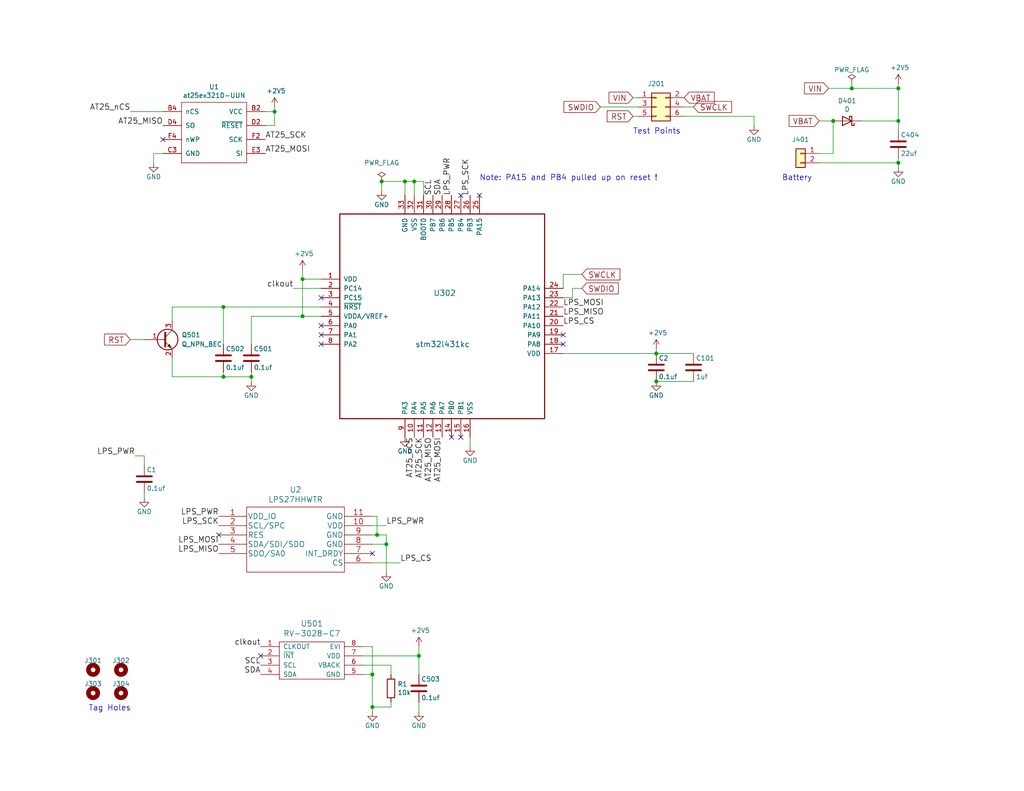
<source format=kicad_sch>
(kicad_sch (version 20211123) (generator eeschema)
  (paper "USLetter")
  (title_block (title "PresOptTag V3 for oaoer") (date "2021-07-31") (company "IUCS") (comment 1 "Geoffrey Brown"))
  (lib_symbols
    (symbol "Connector_Generic:Conn_01x02" (pin_names (offset 1.016) hide)
      (property "Reference" "J" (at 0 2.54 0))
      (property "Value" "Conn_01x02" (at 0 -5.08 0))
      (symbol "Conn_01x02_1_1"
        (rectangle (start -1.27 -2.413) (end 0 -2.667) (stroke (width 0.1524)))
        (rectangle (start -1.27 0.127) (end 0 -0.127) (stroke (width 0.1524)))
        (rectangle (start -1.27 1.27) (end 1.27 -3.81) (stroke (width 0.254)) (fill (type background)))
        (pin passive line (at -5.08 0 0) (length 3.81) (name "Pin_1") (number "1"))
        (pin passive line (at -5.08 -2.54 0) (length 3.81) (name "Pin_2") (number "2"))
      )
    )
    (symbol "Connector_Generic:Conn_02x03_Odd_Even" (pin_names (offset 1.016) hide)
      (property "Reference" "J" (at 1.27 5.08 0))
      (property "Value" "Conn_02x03_Odd_Even" (at 1.27 -5.08 0))
      (symbol "Conn_02x03_Odd_Even_1_1"
        (rectangle (start -1.27 -2.413) (end 0 -2.667) (stroke (width 0.1524)))
        (rectangle (start -1.27 0.127) (end 0 -0.127) (stroke (width 0.1524)))
        (rectangle (start -1.27 2.667) (end 0 2.413) (stroke (width 0.1524)))
        (rectangle (start -1.27 3.81) (end 3.81 -3.81) (stroke (width 0.254)) (fill (type background)))
        (rectangle (start 3.81 -2.413) (end 2.54 -2.667) (stroke (width 0.1524)))
        (rectangle (start 3.81 0.127) (end 2.54 -0.127) (stroke (width 0.1524)))
        (rectangle (start 3.81 2.667) (end 2.54 2.413) (stroke (width 0.1524)))
        (pin passive line (at -5.08 2.54 0) (length 3.81) (name "Pin_1") (number "1"))
        (pin passive line (at 7.62 2.54 180) (length 3.81) (name "Pin_2") (number "2"))
        (pin passive line (at -5.08 0 0) (length 3.81) (name "Pin_3") (number "3"))
        (pin passive line (at 7.62 0 180) (length 3.81) (name "Pin_4") (number "4"))
        (pin passive line (at -5.08 -2.54 0) (length 3.81) (name "Pin_5") (number "5"))
        (pin passive line (at 7.62 -2.54 180) (length 3.81) (name "Pin_6") (number "6"))
      )
    )
    (symbol "Device:C" (pin_numbers hide) (pin_names (offset 0.254))
      (property "Reference" "C" (at 0.635 2.54 0))
      (property "Value" "C" (at 0.635 -2.54 0))
      (symbol "C_0_1"
        (polyline (pts (xy -2.032 -0.762) (xy 2.032 -0.762)) (stroke (width 0.508)))
        (polyline (pts (xy -2.032 0.762) (xy 2.032 0.762)) (stroke (width 0.508)))
      )
      (symbol "C_1_1"
        (pin passive line (at 0 3.81 270) (length 2.794) (name "~") (number "1"))
        (pin passive line (at 0 -3.81 90) (length 2.794) (name "~") (number "2"))
      )
    )
    (symbol "Device:D_Schottky" (pin_numbers hide) (pin_names (offset 1.016) hide)
      (property "Reference" "D" (at 0 2.54 0))
      (property "Value" "D_Schottky" (at 0 -2.54 0))
      (symbol "D_Schottky_0_1"
        (polyline (pts (xy 1.27 0) (xy -1.27 0)))
        (polyline (pts (xy 1.27 1.27) (xy 1.27 -1.27) (xy -1.27 0) (xy 1.27 1.27)) (stroke (width 0.254)))
        (polyline (pts (xy -1.905 0.635) (xy -1.905 1.27) (xy -1.27 1.27) (xy -1.27 -1.27) (xy -0.635 -1.27) (xy -0.635 -0.635)) (stroke (width 0.254)))
      )
      (symbol "D_Schottky_1_1"
        (pin passive line (at -3.81 0 0) (length 2.54) (name "K") (number "1"))
        (pin passive line (at 3.81 0 180) (length 2.54) (name "A") (number "2"))
      )
    )
    (symbol "Device:Q_NPN_BEC" (pin_names (offset 0) hide)
      (property "Reference" "Q" (at 5.08 1.27 0))
      (property "Value" "Q_NPN_BEC" (at 5.08 -1.27 0))
      (symbol "Q_NPN_BEC_0_1"
        (polyline (pts (xy 0.635 0.635) (xy 2.54 2.54)))
        (polyline (pts (xy 0.635 -0.635) (xy 2.54 -2.54) (xy 2.54 -2.54)))
        (polyline (pts (xy 0.635 1.905) (xy 0.635 -1.905) (xy 0.635 -1.905)) (stroke (width 0.508)))
        (polyline (pts (xy 1.27 -1.778) (xy 1.778 -1.27) (xy 2.286 -2.286) (xy 1.27 -1.778) (xy 1.27 -1.778)) (fill (type outline)))
        (circle (center 1.27 0) (radius 2.8194) (stroke (width 0.254)))
      )
      (symbol "Q_NPN_BEC_1_1"
        (pin input line (at -5.08 0 0) (length 5.715) (name "B") (number "1"))
        (pin passive line (at 2.54 -5.08 90) (length 2.54) (name "E") (number "2"))
        (pin passive line (at 2.54 5.08 270) (length 2.54) (name "C") (number "3"))
      )
    )
    (symbol "Device:R" (pin_numbers hide) (pin_names (offset 0))
      (property "Reference" "R" (at 2.032 0 90))
      (property "Value" "R" (at 0 0 90))
      (symbol "R_0_1"
        (rectangle (start -1.016 -2.54) (end 1.016 2.54) (stroke (width 0.254)))
      )
      (symbol "R_1_1"
        (pin passive line (at 0 3.81 270) (length 1.27) (name "~") (number "1"))
        (pin passive line (at 0 -3.81 90) (length 1.27) (name "~") (number "2"))
      )
    )
    (symbol "Mechanical:MountingHole" (pin_names (offset 1.016))
      (property "Reference" "H" (at 0 5.08 0))
      (property "Value" "MountingHole" (at 0 3.175 0))
      (symbol "MountingHole_0_1"
        (circle (center 0 0) (radius 1.27) (stroke (width 1.27)))
      )
    )
    (symbol "PresTag-v3-rescue:RV-3028-C7-gpsparts" (pin_names (offset 1.016))
      (property "Reference" "U" (at 0 7.62 0))
      (property "Value" "RV-3028-C7-gpsparts" (at 1.27 -7.62 0))
      (symbol "RV-3028-C7-gpsparts_0_1"
        (rectangle (start -8.89 5.08) (end 8.89 -5.08))
      )
      (symbol "RV-3028-C7-gpsparts_1_1"
        (pin input line (at -13.97 3.81 0) (length 5.08) (name "CLKOUT") (number "1"))
        (pin input line (at -13.97 1.27 0) (length 5.08) (name "~{INT}") (number "2"))
        (pin input line (at -13.97 -1.27 0) (length 5.08) (name "SCL") (number "3"))
        (pin input line (at -13.97 -3.81 0) (length 5.08) (name "SDA") (number "4"))
        (pin input line (at 13.97 -3.81 180) (length 5.08) (name "GND") (number "5"))
        (pin input line (at 13.97 -1.27 180) (length 5.08) (name "VBACK") (number "6"))
        (pin input line (at 13.97 1.27 180) (length 5.08) (name "VDD") (number "7"))
        (pin input line (at 13.97 3.81 180) (length 5.08) (name "EVI") (number "8"))
      )
    )
    (symbol "PresTag-v3-rescue:stm32l432-gpsparts" (pin_names (offset 1.016))
      (property "Reference" "U" (at 36.83 -3.81 0))
      (property "Value" "stm32l432-gpsparts" (at 59.69 -24.13 0))
      (symbol "stm32l432-gpsparts_1_1"
        (rectangle (start 5.08 17.78) (end 60.96 -38.1) (stroke (width 0.3048)))
        (pin power_in line (at 0 0 0) (length 5.08) (name "VDD") (number "1"))
        (pin bidirectional line (at 25.4 -43.18 90) (length 5.08) (name "PA4") (number "10"))
        (pin bidirectional line (at 27.94 -43.18 90) (length 5.08) (name "PA5") (number "11"))
        (pin bidirectional line (at 30.48 -43.18 90) (length 5.08) (name "PA6") (number "12"))
        (pin bidirectional line (at 33.02 -43.18 90) (length 5.08) (name "PA7") (number "13"))
        (pin bidirectional line (at 35.56 -43.18 90) (length 5.08) (name "PB0") (number "14"))
        (pin bidirectional line (at 38.1 -43.18 90) (length 5.08) (name "PB1") (number "15"))
        (pin power_in line (at 40.64 -43.18 90) (length 5.08) (name "VSS") (number "16"))
        (pin power_in line (at 66.04 -20.32 180) (length 5.08) (name "VDD") (number "17"))
        (pin bidirectional line (at 66.04 -17.78 180) (length 5.08) (name "PA8") (number "18"))
        (pin bidirectional line (at 66.04 -15.24 180) (length 5.08) (name "PA9") (number "19"))
        (pin bidirectional line (at 0 -2.54 0) (length 5.08) (name "PC14") (number "2"))
        (pin bidirectional line (at 66.04 -12.7 180) (length 5.08) (name "PA10") (number "20"))
        (pin bidirectional line (at 66.04 -10.16 180) (length 5.08) (name "PA11") (number "21"))
        (pin bidirectional line (at 66.04 -7.62 180) (length 5.08) (name "PA12") (number "22"))
        (pin bidirectional line (at 66.04 -5.08 180) (length 5.08) (name "PA13") (number "23"))
        (pin bidirectional line (at 66.04 -2.54 180) (length 5.08) (name "PA14") (number "24"))
        (pin bidirectional line (at 43.18 22.86 270) (length 5.08) (name "PA15") (number "25"))
        (pin bidirectional line (at 40.64 22.86 270) (length 5.08) (name "PB3") (number "26"))
        (pin bidirectional line (at 38.1 22.86 270) (length 5.08) (name "PB4") (number "27"))
        (pin bidirectional line (at 35.56 22.86 270) (length 5.08) (name "PB5") (number "28"))
        (pin bidirectional line (at 33.02 22.86 270) (length 5.08) (name "PB6") (number "29"))
        (pin bidirectional line (at 0 -5.08 0) (length 5.08) (name "PC15") (number "3"))
        (pin bidirectional line (at 30.48 22.86 270) (length 5.08) (name "PB7") (number "30"))
        (pin input line (at 27.94 22.86 270) (length 5.08) (name "BOOT0") (number "31"))
        (pin power_in line (at 25.4 22.86 270) (length 5.08) (name "VSS") (number "32"))
        (pin power_in line (at 22.86 22.86 270) (length 5.08) (name "GND") (number "33"))
        (pin bidirectional line (at 0 -7.62 0) (length 5.08) (name "~{NRST}") (number "4"))
        (pin power_in line (at 0 -10.16 0) (length 5.08) (name "VDDA/VREF+") (number "5"))
        (pin bidirectional line (at 0 -12.7 0) (length 5.08) (name "PA0") (number "6"))
        (pin bidirectional line (at 0 -15.24 0) (length 5.08) (name "PA1") (number "7"))
        (pin bidirectional line (at 0 -17.78 0) (length 5.08) (name "PA2") (number "8"))
        (pin passive line (at 22.86 -43.18 90) (length 5.08) (name "PA3") (number "9"))
      )
    )
    (symbol "at25xe:at25ex321D-UUN" (pin_names (offset 1.016))
      (property "Reference" "U" (at 0 7.62 0))
      (property "Value" "at25ex321D-UUN" (at -1.27 -12.7 0))
      (symbol "at25ex321D-UUN_0_1"
        (rectangle (start -8.89 -10.16) (end 8.89 6.35))
      )
      (symbol "at25ex321D-UUN_1_1"
        (pin no_connect line (at -12.7 -12.7 0) (length 5.08) hide (name "NC") (number "A1"))
        (pin no_connect line (at 12.7 -12.7 180) (length 5.08) hide (name "NC") (number "A5"))
        (pin power_in line (at 13.97 3.81 180) (length 5.08) (name "VCC") (number "B2"))
        (pin input line (at -13.97 3.81 0) (length 5.08) (name "nCS") (number "B4"))
        (pin power_in line (at -13.97 -7.62 0) (length 5.08) (name "GND") (number "C3"))
        (pin input line (at 13.97 0 180) (length 5.08) (name "~{RESET}") (number "D2"))
        (pin output line (at -13.97 0 0) (length 5.08) (name "SO") (number "D4"))
        (pin input line (at 13.97 -7.62 180) (length 5.08) (name "SI") (number "E3"))
        (pin input line (at 13.97 -3.81 180) (length 5.08) (name "SCK") (number "F2"))
        (pin input line (at -13.97 -3.81 0) (length 5.08) (name "nWP") (number "F4"))
        (pin no_connect line (at -12.7 -15.24 0) (length 5.08) hide (name "NC") (number "G1"))
        (pin no_connect line (at 12.7 -15.24 180) (length 5.08) hide (name "NC") (number "G5"))
      )
    )
    (symbol "lps27:LPS27HHWTR" (pin_names (offset 0.254))
      (property "Reference" "U2" (at 20.955 7.2898 0))
      (property "Value" "LPS27HHWTR" (at 20.955 4.5974 0))
      (symbol "LPS27HHWTR_1_1"
        (rectangle (start 7.62 -15.24) (end 34.29 2.54))
        (pin passive line (at 0 0 0) (length 7.62) (name "VDD_IO") (number "1"))
        (pin input line (at 41.91 -2.54 180) (length 7.62) (name "VDD") (number "10"))
        (pin power_in line (at 41.91 0 180) (length 7.62) (name "GND") (number "11"))
        (pin input line (at 0 -2.54 0) (length 7.62) (name "SCL/SPC") (number "2"))
        (pin passive line (at 0 -5.08 0) (length 7.62) (name "RES") (number "3"))
        (pin input line (at 0 -7.62 0) (length 7.62) (name "SDA/SDI/SDO") (number "4"))
        (pin output line (at 0 -10.16 0) (length 7.62) (name "SDO/SA0") (number "5"))
        (pin input line (at 41.91 -12.7 180) (length 7.62) (name "CS") (number "6"))
        (pin output line (at 41.91 -10.16 180) (length 7.62) (name "INT_DRDY") (number "7"))
        (pin power_in line (at 41.91 -7.62 180) (length 7.62) (name "GND") (number "8"))
        (pin power_in line (at 41.91 -5.08 180) (length 7.62) (name "GND") (number "9"))
      )
    )
    (symbol "power:+2V5" (power) (pin_names (offset 0))
      (property "Value" "+2V5" (at 0 3.556 0))
      (symbol "+2V5_0_1"
        (polyline (pts (xy -0.762 1.27) (xy 0 2.54)))
        (polyline (pts (xy 0 0) (xy 0 2.54)))
        (polyline (pts (xy 0 2.54) (xy 0.762 1.27)))
      )
      (symbol "+2V5_1_1"
        (pin power_in line (at 0 0 90) (length 0) hide (name "+2V5") (number "1"))
      )
    )
    (symbol "power:GND" (power) (pin_names (offset 0))
      (property "Value" "GND" (at 0 -3.81 0))
      (symbol "GND_0_1"
        (polyline (pts (xy 0 0) (xy 0 -1.27) (xy 1.27 -1.27) (xy 0 -2.54) (xy -1.27 -1.27) (xy 0 -1.27)))
      )
      (symbol "GND_1_1"
        (pin power_in line (at 0 0 270) (length 0) hide (name "GND") (number "1"))
      )
    )
    (symbol "power:PWR_FLAG" (power) (pin_numbers hide) (pin_names (offset 0) hide)
      (property "Value" "PWR_FLAG" (at 0 3.81 0))
      (symbol "PWR_FLAG_0_0"
        (pin power_out line (at 0 0 90) (length 0) (name "pwr") (number "1"))
      )
      (symbol "PWR_FLAG_0_1"
        (polyline (pts (xy 0 0) (xy 0 1.27) (xy -1.016 1.905) (xy 0 2.54) (xy 1.016 1.905) (xy 0 1.27)))
      )
    )
  )
  (junction (at 102.87 146.05))
  (junction (at 60.96 83.82))
  (junction (at 101.6 184.15))
  (junction (at 245.11 24.13))
  (junction (at 104.14 49.53))
  (junction (at 105.41 148.59))
  (junction (at 179.07 104.14))
  (junction (at 110.49 49.53))
  (junction (at 82.55 76.2))
  (junction (at 227.33 33.02))
  (junction (at 60.96 102.87))
  (junction (at 68.58 102.87))
  (junction (at 179.07 96.52))
  (junction (at 245.11 33.02))
  (junction (at 232.41 24.13))
  (junction (at 113.03 49.53))
  (junction (at 101.6 193.04))
  (junction (at 74.93 30.48))
  (junction (at 82.55 86.36))
  (junction (at 245.11 44.45))
  (junction (at 114.3 179.07))
  (no_connect (at 87.63 93.98))
  (no_connect (at 87.63 91.44))
  (no_connect (at 44.45 38.1))
  (no_connect (at 125.73 119.38))
  (no_connect (at 87.63 88.9))
  (no_connect (at 59.69 146.05))
  (no_connect (at 87.63 81.28))
  (no_connect (at 153.67 91.44))
  (no_connect (at 130.81 53.34))
  (no_connect (at 71.12 179.07))
  (no_connect (at 125.73 53.34))
  (no_connect (at 153.67 93.98))
  (no_connect (at 123.19 119.38))
  (no_connect (at 101.6 151.13))
  (wire (pts (xy 74.93 34.29) (xy 74.93 30.48)))
  (wire (pts (xy 36.83 124.46) (xy 39.37 124.46)))
  (wire (pts (xy 101.6 193.04) (xy 101.6 194.31)))
  (wire (pts (xy 102.87 140.97) (xy 102.87 146.05)))
  (wire (pts (xy 99.06 179.07) (xy 114.3 179.07)))
  (wire (pts (xy 46.99 83.82) (xy 60.96 83.82)))
  (wire (pts (xy 101.6 143.51) (xy 105.41 143.51)))
  (wire (pts (xy 232.41 22.86) (xy 232.41 24.13)))
  (wire (pts (xy 245.11 33.02) (xy 245.11 35.56)))
  (wire (pts (xy 104.14 52.07) (xy 104.14 49.53)))
  (wire (pts (xy 106.68 191.77) (xy 106.68 193.04)))
  (wire (pts (xy 60.96 83.82) (xy 60.96 93.98)))
  (wire (pts (xy 179.07 95.25) (xy 179.07 96.52)))
  (wire (pts (xy 105.41 148.59) (xy 105.41 156.21)))
  (wire (pts (xy 114.3 179.07) (xy 114.3 184.15)))
  (wire (pts (xy 172.72 31.75) (xy 173.99 31.75)))
  (wire (pts (xy 106.68 181.61) (xy 106.68 184.15)))
  (wire (pts (xy 60.96 102.87) (xy 68.58 102.87)))
  (wire (pts (xy 82.55 86.36) (xy 87.63 86.36)))
  (wire (pts (xy 110.49 49.53) (xy 110.49 53.34)))
  (wire (pts (xy 106.68 193.04) (xy 101.6 193.04)))
  (wire (pts (xy 68.58 101.6) (xy 68.58 102.87)))
  (wire (pts (xy 163.83 29.21) (xy 173.99 29.21)))
  (wire (pts (xy 41.91 41.91) (xy 41.91 44.45)))
  (wire (pts (xy 74.93 30.48) (xy 74.93 29.21)))
  (wire (pts (xy 113.03 49.53) (xy 115.57 49.53)))
  (wire (pts (xy 68.58 102.87) (xy 68.58 104.14)))
  (wire (pts (xy 186.69 31.75) (xy 205.74 31.75)))
  (wire (pts (xy 80.01 78.74) (xy 87.63 78.74)))
  (wire (pts (xy 223.52 33.02) (xy 227.33 33.02)))
  (wire (pts (xy 223.52 44.45) (xy 245.11 44.45)))
  (wire (pts (xy 245.11 43.18) (xy 245.11 44.45)))
  (wire (pts (xy 87.63 83.82) (xy 60.96 83.82)))
  (wire (pts (xy 46.99 87.63) (xy 46.99 83.82)))
  (wire (pts (xy 172.72 26.67) (xy 173.99 26.67)))
  (wire (pts (xy 46.99 97.79) (xy 46.99 102.87)))
  (wire (pts (xy 82.55 86.36) (xy 68.58 86.36)))
  (wire (pts (xy 110.49 49.53) (xy 113.03 49.53)))
  (wire (pts (xy 245.11 24.13) (xy 245.11 33.02)))
  (wire (pts (xy 186.69 29.21) (xy 189.23 29.21)))
  (wire (pts (xy 115.57 49.53) (xy 115.57 53.34)))
  (wire (pts (xy 153.67 96.52) (xy 179.07 96.52)))
  (wire (pts (xy 153.67 78.74) (xy 153.67 74.93)))
  (wire (pts (xy 99.06 181.61) (xy 106.68 181.61)))
  (wire (pts (xy 72.39 34.29) (xy 74.93 34.29)))
  (wire (pts (xy 72.39 30.48) (xy 74.93 30.48)))
  (wire (pts (xy 227.33 41.91) (xy 223.52 41.91)))
  (wire (pts (xy 234.95 33.02) (xy 245.11 33.02)))
  (wire (pts (xy 101.6 148.59) (xy 105.41 148.59)))
  (wire (pts (xy 104.14 49.53) (xy 110.49 49.53)))
  (wire (pts (xy 82.55 73.66) (xy 82.55 76.2)))
  (wire (pts (xy 153.67 74.93) (xy 158.75 74.93)))
  (wire (pts (xy 205.74 31.75) (xy 205.74 34.29)))
  (wire (pts (xy 227.33 33.02) (xy 227.33 41.91)))
  (wire (pts (xy 68.58 93.98) (xy 68.58 86.36)))
  (wire (pts (xy 101.6 176.53) (xy 101.6 184.15)))
  (wire (pts (xy 99.06 176.53) (xy 101.6 176.53)))
  (wire (pts (xy 82.55 76.2) (xy 82.55 86.36)))
  (wire (pts (xy 39.37 124.46) (xy 39.37 127)))
  (wire (pts (xy 35.56 92.71) (xy 39.37 92.71)))
  (wire (pts (xy 179.07 96.52) (xy 189.23 96.52)))
  (wire (pts (xy 156.21 78.74) (xy 158.75 78.74)))
  (wire (pts (xy 46.99 102.87) (xy 60.96 102.87)))
  (wire (pts (xy 114.3 176.53) (xy 114.3 179.07)))
  (wire (pts (xy 60.96 101.6) (xy 60.96 102.87)))
  (wire (pts (xy 101.6 184.15) (xy 101.6 193.04)))
  (wire (pts (xy 99.06 184.15) (xy 101.6 184.15)))
  (wire (pts (xy 245.11 44.45) (xy 245.11 45.72)))
  (wire (pts (xy 82.55 76.2) (xy 87.63 76.2)))
  (wire (pts (xy 245.11 22.86) (xy 245.11 24.13)))
  (wire (pts (xy 114.3 191.77) (xy 114.3 194.31)))
  (wire (pts (xy 102.87 146.05) (xy 105.41 146.05)))
  (wire (pts (xy 226.06 24.13) (xy 232.41 24.13)))
  (wire (pts (xy 101.6 140.97) (xy 102.87 140.97)))
  (wire (pts (xy 44.45 41.91) (xy 41.91 41.91)))
  (wire (pts (xy 101.6 146.05) (xy 102.87 146.05)))
  (wire (pts (xy 101.6 153.67) (xy 109.22 153.67)))
  (wire (pts (xy 128.27 119.38) (xy 128.27 121.92)))
  (wire (pts (xy 35.56 30.48) (xy 44.45 30.48)))
  (wire (pts (xy 113.03 49.53) (xy 113.03 53.34)))
  (wire (pts (xy 153.67 81.28) (xy 156.21 81.28)))
  (wire (pts (xy 156.21 81.28) (xy 156.21 78.74)))
  (wire (pts (xy 39.37 134.62) (xy 39.37 135.89)))
  (wire (pts (xy 105.41 146.05) (xy 105.41 148.59)))
  (wire (pts (xy 189.23 104.14) (xy 179.07 104.14)))
  (wire (pts (xy 232.41 24.13) (xy 245.11 24.13)))
  (text "Battery" (at 213.36 49.53 0) (effects (font (size 1.524 1.524)) (justify left bottom)))
  (text "Note: PA15 and PB4 pulled up on reset !" (at 130.81 49.53 0) (effects (font (size 1.524 1.524)) (justify left bottom)))
  (text "Tag Holes" (at 24.13 194.31 0) (effects (font (size 1.524 1.524)) (justify left bottom)))
  (text "Test Points" (at 172.72 36.83 0) (effects (font (size 1.524 1.524)) (justify left bottom)))
  (label "AT25_nCS" (at 35.56 30.48 180) (effects (font (size 1.524 1.524))))
  (label "LPS_MOSI" (at 59.69 148.59 180) (effects (font (size 1.524 1.524))))
  (label "LPS_MISO" (at 153.67 86.36 0) (effects (font (size 1.524 1.524))))
  (label "AT25_SCK" (at 115.57 119.38 270) (effects (font (size 1.524 1.524))))
  (label "SDA" (at 120.65 53.34 90) (effects (font (size 1.524 1.524))))
  (label "LPS_MISO" (at 59.69 151.13 180) (effects (font (size 1.524 1.524))))
  (label "SCL" (at 71.12 181.61 180) (effects (font (size 1.524 1.524))))
  (label "AT25_MISO" (at 44.45 34.29 180) (effects (font (size 1.524 1.524))))
  (label "AT25_MISO" (at 118.11 119.38 270) (effects (font (size 1.524 1.524))))
  (label "LPS_PWR" (at 123.19 53.34 90) (effects (font (size 1.524 1.524))))
  (label "AT25_MOSI" (at 72.39 41.91 0) (effects (font (size 1.524 1.524))))
  (label "LPS_MOSI" (at 153.67 83.82 0) (effects (font (size 1.524 1.524))))
  (label "clkout" (at 80.01 78.74 180) (effects (font (size 1.524 1.524))))
  (label "SCL" (at 118.11 53.34 90) (effects (font (size 1.524 1.524))))
  (label "LPS_CS" (at 153.67 88.9 0) (effects (font (size 1.524 1.524))))
  (label "LPS_CS" (at 109.22 153.67 0) (effects (font (size 1.524 1.524))))
  (label "AT25_MOSI" (at 120.65 119.38 270) (effects (font (size 1.524 1.524))))
  (label "LPS_PWR" (at 59.69 140.97 180) (effects (font (size 1.524 1.524))))
  (label "LPS_PWR" (at 105.41 143.51 0) (effects (font (size 1.524 1.524))))
  (label "SDA" (at 71.12 184.15 180) (effects (font (size 1.524 1.524))))
  (label "LPS_SCK" (at 128.27 53.34 90) (effects (font (size 1.524 1.524))))
  (label "LPS_PWR" (at 36.83 124.46 180) (effects (font (size 1.524 1.524))))
  (label "AT25_nCS" (at 113.03 119.38 270) (effects (font (size 1.524 1.524))))
  (label "AT25_SCK" (at 72.39 38.1 0) (effects (font (size 1.524 1.524))))
  (label "LPS_SCK" (at 59.69 143.51 180) (effects (font (size 1.524 1.524))))
  (label "clkout" (at 71.12 176.53 180) (effects (font (size 1.524 1.524))))
  (global_label "VBAT" (shape input) (at 223.52 33.02 180) (effects (font (size 1.524 1.524))) (property "Intersheet References" "${INTERSHEET_REFS}" (effects hide)))
  (global_label "RST" (shape input) (at 172.72 31.75 180) (effects (font (size 1.524 1.524))) (property "Intersheet References" "${INTERSHEET_REFS}" (effects hide)))
  (global_label "SWCLK" (shape input) (at 189.23 29.21 0) (effects (font (size 1.524 1.524))) (property "Intersheet References" "${INTERSHEET_REFS}" (effects hide)))
  (global_label "VBAT" (shape input) (at 186.69 26.67 0) (effects (font (size 1.524 1.524))) (property "Intersheet References" "${INTERSHEET_REFS}" (effects hide)))
  (global_label "VIN" (shape input) (at 172.72 26.67 180) (effects (font (size 1.524 1.524))) (property "Intersheet References" "${INTERSHEET_REFS}" (effects hide)))
  (global_label "SWDIO" (shape input) (at 158.75 78.74 0) (effects (font (size 1.524 1.524))) (property "Intersheet References" "${INTERSHEET_REFS}" (effects hide)))
  (global_label "VIN" (shape input) (at 226.06 24.13 180) (effects (font (size 1.524 1.524))) (property "Intersheet References" "${INTERSHEET_REFS}" (effects hide)))
  (global_label "SWDIO" (shape input) (at 163.83 29.21 180) (effects (font (size 1.524 1.524))) (property "Intersheet References" "${INTERSHEET_REFS}" (effects hide)))
  (global_label "RST" (shape input) (at 35.56 92.71 180) (effects (font (size 1.524 1.524))) (property "Intersheet References" "${INTERSHEET_REFS}" (effects hide)))
  (global_label "SWCLK" (shape input) (at 158.75 74.93 0) (effects (font (size 1.524 1.524))) (property "Intersheet References" "${INTERSHEET_REFS}" (effects hide)))
  (symbol (lib_id "PresTag-v3-rescue:stm32l432-gpsparts") (at 87.63 76.2 0) (unit 1)
    (property "Reference" "U302" (at 124.46 80.01 0) (effects (font (size 1.524 1.524)) (justify right)))
    (property "Value" "stm32l431kc" (at 128.27 93.98 0) (effects (font (size 1.524 1.524)) (justify right)))
    (property "Footprint" "Package_DFN_QFN:QFN-32-1EP_5x5mm_P0.5mm_EP3.45x3.45mm" (effects hide))
    (property "MFN" "STMicroelectronics" (effects hide))
    (property "DISTPN" "511-STM32L431KCU6" (effects hide))
    (property "MPN" "STM32L431KCU6" (effects hide))
  )
  (symbol (lib_id "Device:C") (at 60.96 97.79 0) (unit 1)
    (property "Reference" "C502" (at 61.595 95.25 0) (effects (justify left)))
    (property "Value" "0.1uf" (at 61.595 100.33 0) (effects (justify left)))
    (property "Footprint" "Capacitor_SMD:C_0201_0603Metric" (effects hide))
    (property "Macrofab" "MF-CAP-0402-0.1uF" (effects hide))
    (property "MFN" "Murata" (effects hide))
    (property "MPN" "GRM033C81E104KE14D" (effects hide))
    (property "DISTPN" "490-10403-1-ND" (effects hide))
  )
  (symbol (lib_id "Device:C") (at 68.58 97.79 0) (unit 1)
    (property "Reference" "C501" (at 69.215 95.25 0) (effects (justify left)))
    (property "Value" "0.1uf" (at 69.215 100.33 0) (effects (justify left)))
    (property "Footprint" "Capacitor_SMD:C_0201_0603Metric" (effects hide))
    (property "Macrofab" "MF-CAP-0402-0.1uF" (effects hide))
    (property "MFN" "Murata" (effects hide))
    (property "MPN" "GRM033C81E104KE14D" (effects hide))
    (property "DISTPN" "490-10403-1-ND" (effects hide))
  )
  (symbol (lib_id "Device:Q_NPN_BEC") (at 44.45 92.71 0) (unit 1)
    (property "Reference" "Q501" (at 49.53 91.44 0) (effects (justify left)))
    (property "Value" "Q_NPN_BEC" (at 49.53 93.98 0) (effects (justify left)))
    (property "Footprint" "Package_TO_SOT_SMD:SOT-883" (effects hide))
    (property "MFN" "Nexperia" (effects hide))
    (property "MPN" "BC847AMB,315" (effects hide))
    (property "DISTPN" "1727-2632-1-ND" (effects hide))
  )
  (symbol (lib_id "Device:C") (at 114.3 187.96 0) (unit 1)
    (property "Reference" "C503" (at 114.935 185.42 0) (effects (justify left)))
    (property "Value" "0.1uf" (at 114.935 190.5 0) (effects (justify left)))
    (property "Footprint" "Capacitor_SMD:C_0201_0603Metric" (effects hide))
    (property "MFN" "Murata" (effects hide))
    (property "MPN" "GRM033C81E104KE14D" (effects hide))
    (property "DISTPN" "490-10403-1-ND" (effects hide))
    (property "Macrofab" "MF-CAP-0402-0.1uF" (effects hide))
  )
  (symbol (lib_id "Mechanical:MountingHole") (at 25.4 182.88 0) (unit 1)
    (property "Reference" "J301" (at 25.4 180.34 0))
    (property "Value" "Conn_01x01" (effects hide))
    (property "Footprint" "library:taghole1.1mm" (effects hide))
    (property "Populate" "No" (effects hide))
    (property "Config" "DNF" (effects hide))
    (property "DNP" "1" (effects hide))
  )
  (symbol (lib_id "Connector_Generic:Conn_02x03_Odd_Even") (at 179.07 29.21 0) (unit 1)
    (property "Reference" "J201" (at 179.07 22.86 0))
    (property "Value" "CONN_02X04" (effects hide))
    (property "Footprint" "bittag:tagpoints6" (effects hide))
    (property "Populate" "No" (effects hide))
    (property "Config" "DNF" (effects hide))
    (property "DNP" "1" (effects hide))
  )
  (symbol (lib_id "power:GND") (at 41.91 44.45 0) (unit 1)
    (property "Reference" "#PWR0102" (effects hide))
    (property "Value" "GND" (at 41.91 48.26 0))
  )
  (symbol (lib_id "power:GND") (at 68.58 104.14 0) (unit 1)
    (property "Reference" "#PWR0109" (effects hide))
    (property "Value" "GND" (at 68.58 107.95 0))
  )
  (symbol (lib_id "power:GND") (at 128.27 121.92 0) (unit 1)
    (property "Reference" "#PWR0103" (effects hide))
    (property "Value" "GND" (at 128.27 125.73 0))
  )
  (symbol (lib_id "power:+2V5") (at 82.55 73.66 0) (unit 1)
    (property "Reference" "#PWR0105" (effects hide))
    (property "Value" "+2V5" (at 82.931 69.2658 0))
  )
  (symbol (lib_id "power:+2V5") (at 179.07 95.25 0) (unit 1)
    (property "Reference" "#PWR0108" (effects hide))
    (property "Value" "+2V5" (at 179.451 90.8558 0))
  )
  (symbol (lib_id "power:GND") (at 104.14 52.07 0) (unit 1)
    (property "Reference" "#PWR0110" (effects hide))
    (property "Value" "GND" (at 104.14 55.88 0))
  )
  (symbol (lib_id "Mechanical:MountingHole") (at 33.02 182.88 0) (unit 1)
    (property "Reference" "J302" (at 33.02 180.34 0))
    (property "Value" "Conn_01x01" (effects hide))
    (property "Footprint" "library:taghole1.1mm" (effects hide))
    (property "Populate" "No" (effects hide))
    (property "Config" "DNF" (effects hide))
    (property "DNP" "1" (effects hide))
  )
  (symbol (lib_id "Mechanical:MountingHole") (at 25.4 189.23 0) (unit 1)
    (property "Reference" "J303" (at 25.4 186.69 0))
    (property "Value" "Conn_01x01" (effects hide))
    (property "Footprint" "library:taghole1.1mm" (effects hide))
    (property "Populate" "No" (effects hide))
    (property "Config" "DNF" (effects hide))
    (property "DNP" "1" (effects hide))
  )
  (symbol (lib_id "Mechanical:MountingHole") (at 33.02 189.23 0) (unit 1)
    (property "Reference" "J304" (at 33.02 186.69 0))
    (property "Value" "Conn_01x01" (effects hide))
    (property "Footprint" "library:taghole1.1mm" (effects hide))
    (property "Populate" "No" (effects hide))
    (property "Config" "DNF" (effects hide))
    (property "DNP" "1" (effects hide))
  )
  (symbol (lib_id "power:GND") (at 205.74 34.29 0) (unit 1)
    (property "Reference" "#PWR0111" (effects hide))
    (property "Value" "GND" (at 205.74 38.1 0))
  )
  (symbol (lib_id "power:GND") (at 101.6 194.31 0) (unit 1)
    (property "Reference" "#PWR0112" (effects hide))
    (property "Value" "GND" (at 101.6 198.12 0))
  )
  (symbol (lib_id "power:GND") (at 114.3 194.31 0) (unit 1)
    (property "Reference" "#PWR0113" (effects hide))
    (property "Value" "GND" (at 114.3 198.12 0))
  )
  (symbol (lib_id "power:+2V5") (at 114.3 176.53 0) (unit 1)
    (property "Reference" "#PWR0114" (effects hide))
    (property "Value" "+2V5" (at 114.681 172.1358 0))
  )
  (symbol (lib_id "power:+2V5") (at 245.11 22.86 0) (unit 1)
    (property "Reference" "#PWR0115" (effects hide))
    (property "Value" "+2V5" (at 245.491 18.4658 0))
  )
  (symbol (lib_id "power:PWR_FLAG") (at 232.41 22.86 0) (unit 1)
    (property "Reference" "#FLG0102" (effects hide))
    (property "Value" "PWR_FLAG" (at 232.41 19.05 0))
  )
  (symbol (lib_id "power:GND") (at 245.11 45.72 0) (unit 1)
    (property "Reference" "#PWR0116" (effects hide))
    (property "Value" "GND" (at 245.11 49.53 0))
  )
  (symbol (lib_id "Connector_Generic:Conn_01x02") (at 218.44 41.91 0) (mirror y) (unit 1)
    (property "Reference" "J401" (at 218.44 38.1 0))
    (property "Value" "CONN_01X02" (effects hide))
    (property "Footprint" "bittag:MS621" (effects hide))
    (property "Populate" "No" (effects hide))
    (property "Config" "DNF" (effects hide))
    (property "DNP" "1" (effects hide))
  )
  (symbol (lib_id "Device:D_Schottky") (at 231.14 33.02 180) (unit 1)
    (property "Reference" "D401" (at 231.14 27.5336 0))
    (property "Value" "D" (at 231.14 29.845 0))
    (property "Footprint" "Diode_SMD:D_0402_1005Metric" (effects hide))
    (property "MFN" "COMCHIP" (effects hide))
    (property "MPN" "CDBQC0130L-HF" (effects hide))
    (property "DISTPN" "641-1519-1-ND" (effects hide))
  )
  (symbol (lib_id "Device:C") (at 245.11 39.37 0) (unit 1)
    (property "Reference" "C404" (at 245.745 36.83 0) (effects (justify left)))
    (property "Value" "22uf" (at 245.745 41.91 0) (effects (justify left)))
    (property "Footprint" "Capacitor_SMD:C_0402_1005Metric" (effects hide))
    (property "DISTPN" "478-9839-1-ND" (effects hide))
    (property "MFN" "AVX" (effects hide))
    (property "MPN" "04026D226MAT2A" (effects hide))
  )
  (symbol (lib_id "power:+2V5") (at 74.93 29.21 0) (unit 1)
    (property "Reference" "#PWR0107" (effects hide))
    (property "Value" "+2V5" (at 75.311 24.8158 0))
  )
  (symbol (lib_id "PresTag-v3-rescue:RV-3028-C7-gpsparts") (at 85.09 180.34 0) (unit 1)
    (property "Reference" "U501" (at 85.09 170.2562 0) (effects (font (size 1.524 1.524))))
    (property "Value" "RV-3028-C7" (at 85.09 172.9486 0) (effects (font (size 1.524 1.524))))
    (property "Footprint" "library:RV-8803-C7" (effects hide))
    (property "DISTPN" "2195-RV-3028-C732.768KHZ1PPM-TA-QCCT-ND" (effects hide))
    (property "MFN" "Micro Crystal" (effects hide))
    (property "MPN" "RV-3028-C7 32.768KHZ 1PPM-TA-QC" (effects hide))
  )
  (symbol (lib_id "Device:R") (at 106.68 187.96 0) (unit 1)
    (property "Reference" "R1" (at 108.458 186.7916 0) (effects (justify left)))
    (property "Value" "10k" (at 108.458 189.103 0) (effects (justify left)))
    (property "Footprint" "Resistor_SMD:R_0201_0603Metric" (effects hide))
    (property "DISTPN" "311-10.0KMCT-ND" (effects hide))
    (property "MFN" "Yaego" (effects hide))
    (property "MPN" "RC0201FR-0710KL" (effects hide))
    (property "Macrofab" "MF-RES-0402-10K" (effects hide))
  )
  (symbol (lib_id "at25xe:at25ex321D-UUN") (at 58.42 34.29 0) (unit 1)
    (property "Reference" "U1" (at 58.42 23.749 0))
    (property "Value" "at25ex321D-UUN" (at 58.42 26.0604 0))
    (property "Footprint" "library:adesto_wlcsp12" (effects hide))
    (property "DISTPN" "1265-AT25XE321D-UUN-TCT-ND" (effects hide))
    (property "MFN" "adesto" (effects hide))
    (property "MPN" "AT25XE321D-UUN-T" (effects hide))
  )
  (symbol (lib_id "power:GND") (at 105.41 156.21 0) (unit 1)
    (property "Reference" "#PWR0123" (effects hide))
    (property "Value" "GND" (at 105.41 160.02 0))
  )
  (symbol (lib_id "Device:C") (at 39.37 130.81 0) (unit 1)
    (property "Reference" "C1" (at 40.005 128.27 0) (effects (justify left)))
    (property "Value" "0.1uf" (at 40.005 133.35 0) (effects (justify left)))
    (property "Footprint" "Capacitor_SMD:C_0201_0603Metric" (effects hide))
    (property "Macrofab" "MF-CAP-0402-0.1uF" (effects hide))
    (property "MFN" "Murata" (effects hide))
    (property "DISTPN" "490-10403-1-ND" (effects hide))
    (property "MPN" "GRM033C81E104KE14D" (effects hide))
  )
  (symbol (lib_id "power:GND") (at 39.37 135.89 0) (unit 1)
    (property "Reference" "#PWR0125" (effects hide))
    (property "Value" "GND" (at 39.37 139.7 0))
  )
  (symbol (lib_id "power:GND") (at 110.49 119.38 0) (unit 1)
    (property "Reference" "#PWR0117" (effects hide))
    (property "Value" "GND" (at 110.49 123.19 0))
  )
  (symbol (lib_id "lps27:LPS27HHWTR") (at 59.69 140.97 0) (unit 1)
    (property "Reference" "U2" (at 80.645 133.6802 0) (effects (font (size 1.524 1.524))))
    (property "Value" "LPS27HHWTR" (at 80.645 136.3726 0) (effects (font (size 1.524 1.524))))
    (property "Footprint" "lib_fp:LPS27HHWTR" (effects hide))
    (property "DISTPN" "497-LPS27HHWCT-ND" (effects hide))
    (property "MFN" "STMicroelectronics" (effects hide))
    (property "MPN" "LPS27HHWTR" (effects hide))
  )
  (symbol (lib_id "Device:C") (at 179.07 100.33 0) (unit 1)
    (property "Reference" "C2" (at 179.705 97.79 0) (effects (justify left)))
    (property "Value" "0.1uf" (at 179.705 102.87 0) (effects (justify left)))
    (property "Footprint" "Capacitor_SMD:C_0201_0603Metric" (effects hide))
    (property "Macrofab" "MF-CAP-0402-0.1uF" (effects hide))
    (property "MFN" "Murata" (effects hide))
    (property "MPN" "GRM033C81E104KE14D" (effects hide))
    (property "DISTPN" "490-10403-1-ND" (effects hide))
  )
  (symbol (lib_id "power:GND") (at 179.07 104.14 0) (unit 1)
    (property "Reference" "#PWR0101" (effects hide))
    (property "Value" "GND" (at 179.07 107.95 0))
  )
  (symbol (lib_id "Device:C") (at 189.23 100.33 0) (unit 1)
    (property "Reference" "C101" (at 189.865 97.79 0) (effects (justify left)))
    (property "Value" "1uf" (at 189.865 102.87 0) (effects (justify left)))
    (property "Footprint" "Capacitor_SMD:C_0201_0603Metric" (effects hide))
    (property "MFN" "Murata" (effects hide))
    (property "MPN" "GRM033R60J105MEA2D" (effects hide))
    (property "DISTPN" "490-7229-1-ND" (effects hide))
  )
  (symbol (lib_id "power:PWR_FLAG") (at 104.14 49.53 0) (unit 1)
    (property "Reference" "#FLG0101" (effects hide))
    (property "Value" "PWR_FLAG" (at 104.14 44.45 0))
  )
)
</source>
